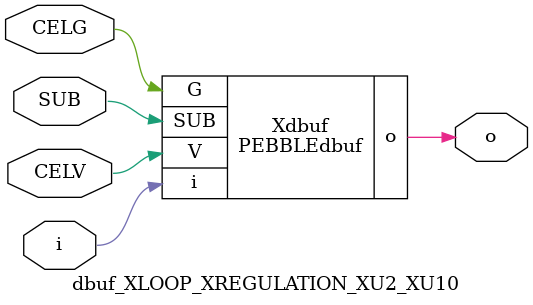
<source format=v>



module PEBBLEdbuf ( o, G, SUB, V, i );

  input V;
  input i;
  input G;
  output o;
  input SUB;
endmodule

//Celera Confidential Do Not Copy dbuf_XLOOP_XREGULATION_XU2_XU10
//Celera Confidential Symbol Generator
//Digital Buffer
module dbuf_XLOOP_XREGULATION_XU2_XU10 (CELV,CELG,i,o,SUB);
input CELV;
input CELG;
input i;
input SUB;
output o;

//Celera Confidential Do Not Copy dbuf
PEBBLEdbuf Xdbuf(
.V (CELV),
.i (i),
.o (o),
.SUB (SUB),
.G (CELG)
);
//,diesize,PEBBLEdbuf

//Celera Confidential Do Not Copy Module End
//Celera Schematic Generator
endmodule

</source>
